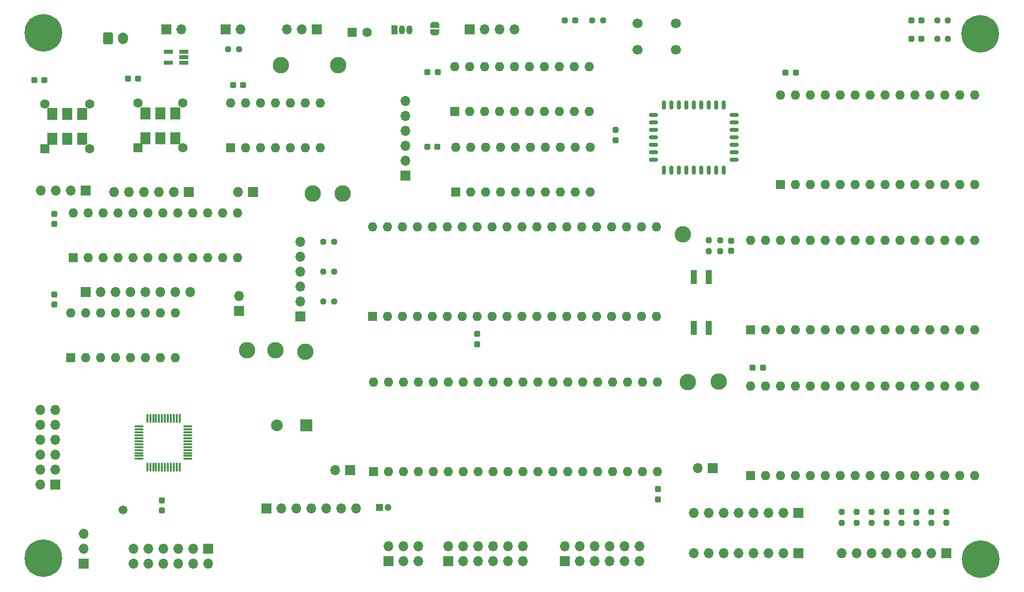
<source format=gbr>
%TF.GenerationSoftware,KiCad,Pcbnew,6.0.4+dfsg-1+b1*%
%TF.CreationDate,2022-05-07T15:32:52+10:00*%
%TF.ProjectId,65816-computer,36353831-362d-4636-9f6d-70757465722e,rev?*%
%TF.SameCoordinates,Original*%
%TF.FileFunction,Soldermask,Top*%
%TF.FilePolarity,Negative*%
%FSLAX46Y46*%
G04 Gerber Fmt 4.6, Leading zero omitted, Abs format (unit mm)*
G04 Created by KiCad (PCBNEW 6.0.4+dfsg-1+b1) date 2022-05-07 15:32:52*
%MOMM*%
%LPD*%
G01*
G04 APERTURE LIST*
G04 Aperture macros list*
%AMRoundRect*
0 Rectangle with rounded corners*
0 $1 Rounding radius*
0 $2 $3 $4 $5 $6 $7 $8 $9 X,Y pos of 4 corners*
0 Add a 4 corners polygon primitive as box body*
4,1,4,$2,$3,$4,$5,$6,$7,$8,$9,$2,$3,0*
0 Add four circle primitives for the rounded corners*
1,1,$1+$1,$2,$3*
1,1,$1+$1,$4,$5*
1,1,$1+$1,$6,$7*
1,1,$1+$1,$8,$9*
0 Add four rect primitives between the rounded corners*
20,1,$1+$1,$2,$3,$4,$5,0*
20,1,$1+$1,$4,$5,$6,$7,0*
20,1,$1+$1,$6,$7,$8,$9,0*
20,1,$1+$1,$8,$9,$2,$3,0*%
%AMFreePoly0*
4,1,22,0.500000,-0.750000,0.000000,-0.750000,0.000000,-0.745033,-0.079941,-0.743568,-0.215256,-0.701293,-0.333266,-0.622738,-0.424486,-0.514219,-0.481581,-0.384460,-0.499164,-0.250000,-0.500000,-0.250000,-0.500000,0.250000,-0.499164,0.250000,-0.499963,0.256109,-0.478152,0.396186,-0.417904,0.524511,-0.324060,0.630769,-0.204165,0.706417,-0.067858,0.745374,0.000000,0.744959,0.000000,0.750000,
0.500000,0.750000,0.500000,-0.750000,0.500000,-0.750000,$1*%
%AMFreePoly1*
4,1,20,0.000000,0.744959,0.073905,0.744508,0.209726,0.703889,0.328688,0.626782,0.421226,0.519385,0.479903,0.390333,0.500000,0.250000,0.500000,-0.250000,0.499851,-0.262216,0.476331,-0.402017,0.414519,-0.529596,0.319384,-0.634700,0.198574,-0.708877,0.061801,-0.746166,0.000000,-0.745033,0.000000,-0.750000,-0.500000,-0.750000,-0.500000,0.750000,0.000000,0.750000,0.000000,0.744959,
0.000000,0.744959,$1*%
G04 Aperture macros list end*
%ADD10R,1.600000X1.600000*%
%ADD11C,1.600000*%
%ADD12C,1.500000*%
%ADD13R,1.700000X1.700000*%
%ADD14O,1.700000X1.700000*%
%ADD15O,1.600000X1.600000*%
%ADD16RoundRect,0.237500X-0.237500X0.300000X-0.237500X-0.300000X0.237500X-0.300000X0.237500X0.300000X0*%
%ADD17C,0.800000*%
%ADD18C,6.400000*%
%ADD19RoundRect,0.075000X0.662500X0.075000X-0.662500X0.075000X-0.662500X-0.075000X0.662500X-0.075000X0*%
%ADD20RoundRect,0.075000X0.075000X0.662500X-0.075000X0.662500X-0.075000X-0.662500X0.075000X-0.662500X0*%
%ADD21C,2.800000*%
%ADD22RoundRect,0.237500X0.287500X0.237500X-0.287500X0.237500X-0.287500X-0.237500X0.287500X-0.237500X0*%
%ADD23RoundRect,0.237500X0.237500X-0.250000X0.237500X0.250000X-0.237500X0.250000X-0.237500X-0.250000X0*%
%ADD24RoundRect,0.237500X-0.237500X0.250000X-0.237500X-0.250000X0.237500X-0.250000X0.237500X0.250000X0*%
%ADD25R,2.000000X2.000000*%
%ADD26C,2.000000*%
%ADD27RoundRect,0.150000X0.587500X-0.150000X0.587500X0.150000X-0.587500X0.150000X-0.587500X-0.150000X0*%
%ADD28RoundRect,0.150000X0.150000X-0.587500X0.150000X0.587500X-0.150000X0.587500X-0.150000X-0.587500X0*%
%ADD29RoundRect,0.237500X0.300000X0.237500X-0.300000X0.237500X-0.300000X-0.237500X0.300000X-0.237500X0*%
%ADD30RoundRect,0.237500X-0.250000X-0.237500X0.250000X-0.237500X0.250000X0.237500X-0.250000X0.237500X0*%
%ADD31RoundRect,0.237500X-0.300000X-0.237500X0.300000X-0.237500X0.300000X0.237500X-0.300000X0.237500X0*%
%ADD32C,1.700000*%
%ADD33FreePoly0,270.000000*%
%ADD34FreePoly1,270.000000*%
%ADD35RoundRect,0.250000X-0.600000X-0.750000X0.600000X-0.750000X0.600000X0.750000X-0.600000X0.750000X0*%
%ADD36O,1.700000X2.000000*%
%ADD37RoundRect,0.237500X0.237500X-0.300000X0.237500X0.300000X-0.237500X0.300000X-0.237500X-0.300000X0*%
%ADD38R,1.200000X1.200000*%
%ADD39C,1.200000*%
%ADD40RoundRect,0.237500X0.250000X0.237500X-0.250000X0.237500X-0.250000X-0.237500X0.250000X-0.237500X0*%
%ADD41R,1.560000X0.650000*%
%ADD42R,1.800000X2.000000*%
%ADD43R,1.120000X2.440000*%
%ADD44R,1.050000X1.500000*%
%ADD45O,1.050000X1.500000*%
G04 APERTURE END LIST*
D10*
%TO.C,X1*%
X89662000Y-64643000D03*
D11*
X97282000Y-64643000D03*
X97282000Y-57023000D03*
X89662000Y-57023000D03*
%TD*%
D12*
%TO.C,TP3*%
X87122000Y-126238000D03*
%TD*%
D13*
%TO.C,J19*%
X132207000Y-135001000D03*
D14*
X132207000Y-132461000D03*
X134747000Y-135001000D03*
X134747000Y-132461000D03*
X137287000Y-135001000D03*
X137287000Y-132461000D03*
%TD*%
D10*
%TO.C,U11*%
X78232000Y-100330000D03*
D15*
X80772000Y-100330000D03*
X83312000Y-100330000D03*
X85852000Y-100330000D03*
X88392000Y-100330000D03*
X90932000Y-100330000D03*
X93472000Y-100330000D03*
X96012000Y-100330000D03*
X96012000Y-92710000D03*
X93472000Y-92710000D03*
X90932000Y-92710000D03*
X88392000Y-92710000D03*
X85852000Y-92710000D03*
X83312000Y-92710000D03*
X80772000Y-92710000D03*
X78232000Y-92710000D03*
%TD*%
D16*
%TO.C,C13*%
X147320000Y-96292500D03*
X147320000Y-98017500D03*
%TD*%
D10*
%TO.C,U9*%
X198882000Y-70876000D03*
D15*
X201422000Y-70876000D03*
X203962000Y-70876000D03*
X206502000Y-70876000D03*
X209042000Y-70876000D03*
X211582000Y-70876000D03*
X214122000Y-70876000D03*
X216662000Y-70876000D03*
X219202000Y-70876000D03*
X221742000Y-70876000D03*
X224282000Y-70876000D03*
X226822000Y-70876000D03*
X229362000Y-70876000D03*
X231902000Y-70876000D03*
X231902000Y-55636000D03*
X229362000Y-55636000D03*
X226822000Y-55636000D03*
X224282000Y-55636000D03*
X221742000Y-55636000D03*
X219202000Y-55636000D03*
X216662000Y-55636000D03*
X214122000Y-55636000D03*
X211582000Y-55636000D03*
X209042000Y-55636000D03*
X206502000Y-55636000D03*
X203962000Y-55636000D03*
X201422000Y-55636000D03*
X198882000Y-55636000D03*
%TD*%
D17*
%TO.C,H1*%
X75230056Y-43387944D03*
X73533000Y-42685000D03*
X75230056Y-46782056D03*
X73533000Y-47485000D03*
X71835944Y-46782056D03*
D18*
X73533000Y-45085000D03*
D17*
X71835944Y-43387944D03*
X75933000Y-45085000D03*
X71133000Y-45085000D03*
%TD*%
D19*
%TO.C,U12*%
X98142500Y-117558000D03*
X98142500Y-117058000D03*
X98142500Y-116558000D03*
X98142500Y-116058000D03*
X98142500Y-115558000D03*
X98142500Y-115058000D03*
X98142500Y-114558000D03*
X98142500Y-114058000D03*
X98142500Y-113558000D03*
X98142500Y-113058000D03*
X98142500Y-112558000D03*
X98142500Y-112058000D03*
D20*
X96730000Y-110645500D03*
X96230000Y-110645500D03*
X95730000Y-110645500D03*
X95230000Y-110645500D03*
X94730000Y-110645500D03*
X94230000Y-110645500D03*
X93730000Y-110645500D03*
X93230000Y-110645500D03*
X92730000Y-110645500D03*
X92230000Y-110645500D03*
X91730000Y-110645500D03*
X91230000Y-110645500D03*
D19*
X89817500Y-112058000D03*
X89817500Y-112558000D03*
X89817500Y-113058000D03*
X89817500Y-113558000D03*
X89817500Y-114058000D03*
X89817500Y-114558000D03*
X89817500Y-115058000D03*
X89817500Y-115558000D03*
X89817500Y-116058000D03*
X89817500Y-116558000D03*
X89817500Y-117058000D03*
X89817500Y-117558000D03*
D20*
X91230000Y-118970500D03*
X91730000Y-118970500D03*
X92230000Y-118970500D03*
X92730000Y-118970500D03*
X93230000Y-118970500D03*
X93730000Y-118970500D03*
X94230000Y-118970500D03*
X94730000Y-118970500D03*
X95230000Y-118970500D03*
X95730000Y-118970500D03*
X96230000Y-118970500D03*
X96730000Y-118970500D03*
%TD*%
D21*
%TO.C,TP7*%
X124460000Y-72390000D03*
%TD*%
D17*
%TO.C,H4*%
X232918000Y-132220000D03*
X232918000Y-137020000D03*
X234615056Y-132922944D03*
X231220944Y-136317056D03*
X235318000Y-134620000D03*
D18*
X232918000Y-134620000D03*
D17*
X230518000Y-134620000D03*
X231220944Y-132922944D03*
X234615056Y-136317056D03*
%TD*%
D13*
%TO.C,J9*%
X227076000Y-133604000D03*
D14*
X224536000Y-133604000D03*
X221996000Y-133604000D03*
X219456000Y-133604000D03*
X216916000Y-133604000D03*
X214376000Y-133604000D03*
X211836000Y-133604000D03*
X209296000Y-133604000D03*
%TD*%
D17*
%TO.C,H3*%
X73533000Y-132093000D03*
X73533000Y-136893000D03*
X71133000Y-134493000D03*
X71835944Y-132795944D03*
X71835944Y-136190056D03*
X75933000Y-134493000D03*
X75230056Y-136190056D03*
X75230056Y-132795944D03*
D18*
X73533000Y-134493000D03*
%TD*%
D22*
%TO.C,D1*%
X222847500Y-46106000D03*
X221097500Y-46106000D03*
%TD*%
D10*
%TO.C,U13*%
X129667000Y-119766000D03*
D15*
X132207000Y-119766000D03*
X134747000Y-119766000D03*
X137287000Y-119766000D03*
X139827000Y-119766000D03*
X142367000Y-119766000D03*
X144907000Y-119766000D03*
X147447000Y-119766000D03*
X149987000Y-119766000D03*
X152527000Y-119766000D03*
X155067000Y-119766000D03*
X157607000Y-119766000D03*
X160147000Y-119766000D03*
X162687000Y-119766000D03*
X165227000Y-119766000D03*
X167767000Y-119766000D03*
X170307000Y-119766000D03*
X172847000Y-119766000D03*
X175387000Y-119766000D03*
X177927000Y-119766000D03*
X177927000Y-104526000D03*
X175387000Y-104526000D03*
X172847000Y-104526000D03*
X170307000Y-104526000D03*
X167767000Y-104526000D03*
X165227000Y-104526000D03*
X162687000Y-104526000D03*
X160147000Y-104526000D03*
X157607000Y-104526000D03*
X155067000Y-104526000D03*
X152527000Y-104526000D03*
X149987000Y-104526000D03*
X147447000Y-104526000D03*
X144907000Y-104526000D03*
X142367000Y-104526000D03*
X139827000Y-104526000D03*
X137287000Y-104526000D03*
X134747000Y-104526000D03*
X132207000Y-104526000D03*
X129667000Y-104526000D03*
%TD*%
D23*
%TO.C,R13*%
X211836000Y-128420500D03*
X211836000Y-126595500D03*
%TD*%
D21*
%TO.C,TP8*%
X188341000Y-104394000D03*
%TD*%
D10*
%TO.C,X2*%
X73787000Y-64770000D03*
D11*
X81407000Y-64770000D03*
X81407000Y-57150000D03*
X73787000Y-57150000D03*
%TD*%
D24*
%TO.C,R16*%
X186690000Y-80367500D03*
X186690000Y-82192500D03*
%TD*%
D25*
%TO.C,LS1*%
X118237000Y-111887000D03*
D26*
X113237000Y-111887000D03*
%TD*%
D27*
%TO.C,U1*%
X177312500Y-62865000D03*
X177312500Y-64135000D03*
X177312500Y-65405000D03*
X177312500Y-66675000D03*
D28*
X179070000Y-68427500D03*
X180340000Y-68427500D03*
X181610000Y-68427500D03*
X182880000Y-68427500D03*
X184150000Y-68427500D03*
X185420000Y-68427500D03*
X186690000Y-68427500D03*
X187960000Y-68427500D03*
X189230000Y-68427500D03*
D27*
X190987500Y-66675000D03*
X190987500Y-65405000D03*
X190987500Y-64135000D03*
X190987500Y-62865000D03*
X190987500Y-61595000D03*
X190987500Y-60325000D03*
X190987500Y-59055000D03*
D28*
X189230000Y-57302500D03*
X187960000Y-57302500D03*
X186690000Y-57302500D03*
X185420000Y-57302500D03*
X184150000Y-57302500D03*
X182880000Y-57302500D03*
X181610000Y-57302500D03*
X180340000Y-57302500D03*
X179070000Y-57302500D03*
D27*
X177312500Y-59055000D03*
X177312500Y-60325000D03*
X177312500Y-61595000D03*
%TD*%
D29*
%TO.C,C3*%
X140562500Y-64470000D03*
X138837500Y-64470000D03*
%TD*%
D13*
%TO.C,J14*%
X117221000Y-93345000D03*
D14*
X117221000Y-90805000D03*
X117221000Y-88265000D03*
X117221000Y-85725000D03*
X117221000Y-83185000D03*
X117221000Y-80645000D03*
%TD*%
D13*
%TO.C,J20*%
X187330000Y-119126000D03*
D14*
X184790000Y-119126000D03*
%TD*%
D23*
%TO.C,R10*%
X219456000Y-128420500D03*
X219456000Y-126595500D03*
%TD*%
D30*
%TO.C,R3*%
X121134500Y-80645000D03*
X122959500Y-80645000D03*
%TD*%
D22*
%TO.C,D3*%
X163943000Y-42926000D03*
X162193000Y-42926000D03*
%TD*%
D31*
%TO.C,C12*%
X105817500Y-53975000D03*
X107542500Y-53975000D03*
%TD*%
D13*
%TO.C,JP3*%
X109220000Y-72136000D03*
D14*
X106680000Y-72136000D03*
%TD*%
D29*
%TO.C,C4*%
X140582500Y-51720000D03*
X138857500Y-51720000D03*
%TD*%
D17*
%TO.C,H2*%
X232791000Y-47612000D03*
X230391000Y-45212000D03*
X235191000Y-45212000D03*
X231093944Y-43514944D03*
X231093944Y-46909056D03*
X234488056Y-43514944D03*
X232791000Y-42812000D03*
D18*
X232791000Y-45212000D03*
D17*
X234488056Y-46909056D03*
%TD*%
D13*
%TO.C,J6*%
X142429609Y-134946609D03*
D14*
X142429609Y-132406609D03*
X144969609Y-134946609D03*
X144969609Y-132406609D03*
X147509609Y-134946609D03*
X147509609Y-132406609D03*
X150049609Y-134946609D03*
X150049609Y-132406609D03*
X152589609Y-134946609D03*
X152589609Y-132406609D03*
X155129609Y-134946609D03*
X155129609Y-132406609D03*
%TD*%
D21*
%TO.C,TP11*%
X123698000Y-50546000D03*
%TD*%
D13*
%TO.C,J10*%
X201930000Y-126746000D03*
D14*
X199390000Y-126746000D03*
X196850000Y-126746000D03*
X194310000Y-126746000D03*
X191770000Y-126746000D03*
X189230000Y-126746000D03*
X186690000Y-126746000D03*
X184150000Y-126746000D03*
%TD*%
D23*
%TO.C,R14*%
X209296000Y-128420500D03*
X209296000Y-126595500D03*
%TD*%
D32*
%TO.C,SW1*%
X174550000Y-43470000D03*
X181050000Y-43470000D03*
X174550000Y-47970000D03*
X181050000Y-47970000D03*
%TD*%
D33*
%TO.C,JP5*%
X140081000Y-43688000D03*
D34*
X140081000Y-44988000D03*
%TD*%
D35*
%TO.C,J3*%
X84582000Y-45974000D03*
D36*
X87082000Y-45974000D03*
%TD*%
D10*
%TO.C,U7*%
X193802000Y-95641000D03*
D15*
X196342000Y-95641000D03*
X198882000Y-95641000D03*
X201422000Y-95641000D03*
X203962000Y-95641000D03*
X206502000Y-95641000D03*
X209042000Y-95641000D03*
X211582000Y-95641000D03*
X214122000Y-95641000D03*
X216662000Y-95641000D03*
X219202000Y-95641000D03*
X221742000Y-95641000D03*
X224282000Y-95641000D03*
X226822000Y-95641000D03*
X229362000Y-95641000D03*
X231902000Y-95641000D03*
X231902000Y-80401000D03*
X229362000Y-80401000D03*
X226822000Y-80401000D03*
X224282000Y-80401000D03*
X221742000Y-80401000D03*
X219202000Y-80401000D03*
X216662000Y-80401000D03*
X214122000Y-80401000D03*
X211582000Y-80401000D03*
X209042000Y-80401000D03*
X206502000Y-80401000D03*
X203962000Y-80401000D03*
X201422000Y-80401000D03*
X198882000Y-80401000D03*
X196342000Y-80401000D03*
X193802000Y-80401000D03*
%TD*%
D16*
%TO.C,C14*%
X170815000Y-61595000D03*
X170815000Y-63320000D03*
%TD*%
%TO.C,C7*%
X75438000Y-75845500D03*
X75438000Y-77570500D03*
%TD*%
D23*
%TO.C,R8*%
X224536000Y-128420500D03*
X224536000Y-126595500D03*
%TD*%
D13*
%TO.C,J17*%
X80772000Y-71882000D03*
D14*
X78232000Y-71882000D03*
X75692000Y-71882000D03*
X73152000Y-71882000D03*
%TD*%
D13*
%TO.C,J13*%
X135128000Y-69342000D03*
D14*
X135128000Y-66802000D03*
X135128000Y-64262000D03*
X135128000Y-61722000D03*
X135128000Y-59182000D03*
X135128000Y-56642000D03*
%TD*%
D13*
%TO.C,JP4*%
X106807000Y-92379000D03*
D14*
X106807000Y-89839000D03*
%TD*%
D13*
%TO.C,J5*%
X75570000Y-121920000D03*
D14*
X73030000Y-121920000D03*
X75570000Y-119380000D03*
X73030000Y-119380000D03*
X75570000Y-116840000D03*
X73030000Y-116840000D03*
X75570000Y-114300000D03*
X73030000Y-114300000D03*
X75570000Y-111760000D03*
X73030000Y-111760000D03*
X75570000Y-109220000D03*
X73030000Y-109220000D03*
%TD*%
D10*
%TO.C,U10*%
X105405000Y-64633000D03*
D15*
X107945000Y-64633000D03*
X110485000Y-64633000D03*
X113025000Y-64633000D03*
X115565000Y-64633000D03*
X118105000Y-64633000D03*
X120645000Y-64633000D03*
X120645000Y-57013000D03*
X118105000Y-57013000D03*
X115565000Y-57013000D03*
X113025000Y-57013000D03*
X110485000Y-57013000D03*
X107945000Y-57013000D03*
X105405000Y-57013000D03*
%TD*%
D10*
%TO.C,U6*%
X78608000Y-83302000D03*
D15*
X81148000Y-83302000D03*
X83688000Y-83302000D03*
X86228000Y-83302000D03*
X88768000Y-83302000D03*
X91308000Y-83302000D03*
X93848000Y-83302000D03*
X96388000Y-83302000D03*
X98928000Y-83302000D03*
X101468000Y-83302000D03*
X104008000Y-83302000D03*
X106548000Y-83302000D03*
X106548000Y-75682000D03*
X104008000Y-75682000D03*
X101468000Y-75682000D03*
X98928000Y-75682000D03*
X96388000Y-75682000D03*
X93848000Y-75682000D03*
X91308000Y-75682000D03*
X88768000Y-75682000D03*
X86228000Y-75682000D03*
X83688000Y-75682000D03*
X81148000Y-75682000D03*
X78608000Y-75682000D03*
%TD*%
D37*
%TO.C,C1*%
X75438000Y-91286500D03*
X75438000Y-89561500D03*
%TD*%
D29*
%TO.C,C6*%
X73760500Y-53086000D03*
X72035500Y-53086000D03*
%TD*%
D38*
%TO.C,C16*%
X130683000Y-125857000D03*
D39*
X132183000Y-125857000D03*
%TD*%
D13*
%TO.C,J16*%
X98298000Y-72136000D03*
D14*
X95758000Y-72136000D03*
X93218000Y-72136000D03*
X90678000Y-72136000D03*
X88138000Y-72136000D03*
X85598000Y-72136000D03*
%TD*%
D40*
%TO.C,R6*%
X106830500Y-47879000D03*
X105005500Y-47879000D03*
%TD*%
D21*
%TO.C,TP9*%
X118110000Y-99314000D03*
%TD*%
D24*
%TO.C,R15*%
X188595000Y-80367500D03*
X188595000Y-82192500D03*
%TD*%
D23*
%TO.C,R7*%
X227076000Y-128420500D03*
X227076000Y-126595500D03*
%TD*%
%TO.C,R11*%
X216916000Y-128420500D03*
X216916000Y-126595500D03*
%TD*%
D30*
%TO.C,R4*%
X225505000Y-46106000D03*
X227330000Y-46106000D03*
%TD*%
D13*
%TO.C,J2*%
X94483000Y-44450000D03*
D14*
X97023000Y-44450000D03*
%TD*%
D16*
%TO.C,C5*%
X178054000Y-122735000D03*
X178054000Y-124460000D03*
%TD*%
D41*
%TO.C,U5*%
X97470000Y-50160000D03*
X97470000Y-49210000D03*
X97470000Y-48260000D03*
X94770000Y-48260000D03*
X94770000Y-50160000D03*
%TD*%
D30*
%TO.C,R5*%
X225505000Y-42931000D03*
X227330000Y-42931000D03*
%TD*%
%TO.C,R2*%
X121134500Y-90805000D03*
X122959500Y-90805000D03*
%TD*%
D10*
%TO.C,U4*%
X129540000Y-93345000D03*
D15*
X132080000Y-93345000D03*
X134620000Y-93345000D03*
X137160000Y-93345000D03*
X139700000Y-93345000D03*
X142240000Y-93345000D03*
X144780000Y-93345000D03*
X147320000Y-93345000D03*
X149860000Y-93345000D03*
X152400000Y-93345000D03*
X154940000Y-93345000D03*
X157480000Y-93345000D03*
X160020000Y-93345000D03*
X162560000Y-93345000D03*
X165100000Y-93345000D03*
X167640000Y-93345000D03*
X170180000Y-93345000D03*
X172720000Y-93345000D03*
X175260000Y-93345000D03*
X177800000Y-93345000D03*
X177800000Y-78105000D03*
X175260000Y-78105000D03*
X172720000Y-78105000D03*
X170180000Y-78105000D03*
X167640000Y-78105000D03*
X165100000Y-78105000D03*
X162560000Y-78105000D03*
X160020000Y-78105000D03*
X157480000Y-78105000D03*
X154940000Y-78105000D03*
X152400000Y-78105000D03*
X149860000Y-78105000D03*
X147320000Y-78105000D03*
X144780000Y-78105000D03*
X142240000Y-78105000D03*
X139700000Y-78105000D03*
X137160000Y-78105000D03*
X134620000Y-78105000D03*
X132080000Y-78105000D03*
X129540000Y-78105000D03*
%TD*%
D13*
%TO.C,J4*%
X101600000Y-132842000D03*
D14*
X101600000Y-135382000D03*
X99060000Y-132842000D03*
X99060000Y-135382000D03*
X96520000Y-132842000D03*
X96520000Y-135382000D03*
X93980000Y-132842000D03*
X93980000Y-135382000D03*
X91440000Y-132842000D03*
X91440000Y-135382000D03*
X88900000Y-132842000D03*
X88900000Y-135382000D03*
%TD*%
D29*
%TO.C,C11*%
X89635500Y-52832000D03*
X87910500Y-52832000D03*
%TD*%
D10*
%TO.C,U3*%
X143510000Y-58420000D03*
D15*
X146050000Y-58420000D03*
X148590000Y-58420000D03*
X151130000Y-58420000D03*
X153670000Y-58420000D03*
X156210000Y-58420000D03*
X158750000Y-58420000D03*
X161290000Y-58420000D03*
X163830000Y-58420000D03*
X166370000Y-58420000D03*
X166370000Y-50800000D03*
X163830000Y-50800000D03*
X161290000Y-50800000D03*
X158750000Y-50800000D03*
X156210000Y-50800000D03*
X153670000Y-50800000D03*
X151130000Y-50800000D03*
X148590000Y-50800000D03*
X146050000Y-50800000D03*
X143510000Y-50800000D03*
%TD*%
D21*
%TO.C,TP4*%
X113030000Y-99060000D03*
%TD*%
D16*
%TO.C,C8*%
X93726000Y-124613500D03*
X93726000Y-126338500D03*
%TD*%
D13*
%TO.C,JP1*%
X125730000Y-119507000D03*
D14*
X123190000Y-119507000D03*
%TD*%
D21*
%TO.C,TP6*%
X183134000Y-104521000D03*
%TD*%
D13*
%TO.C,J18*%
X111500600Y-125984400D03*
D14*
X114040600Y-125984400D03*
X116580600Y-125984400D03*
X119120600Y-125984400D03*
X121660600Y-125984400D03*
X124200600Y-125984400D03*
X126740600Y-125984400D03*
%TD*%
D23*
%TO.C,R9*%
X221996000Y-128420500D03*
X221996000Y-126595500D03*
%TD*%
D22*
%TO.C,D2*%
X222847500Y-42931000D03*
X221097500Y-42931000D03*
%TD*%
D30*
%TO.C,R1*%
X121134500Y-85725000D03*
X122959500Y-85725000D03*
%TD*%
D13*
%TO.C,J1*%
X104516000Y-44450000D03*
D14*
X107056000Y-44450000D03*
%TD*%
D21*
%TO.C,TP5*%
X108204000Y-99060000D03*
%TD*%
D31*
%TO.C,C9*%
X194137500Y-102070000D03*
X195862500Y-102070000D03*
%TD*%
D21*
%TO.C,TP1*%
X119380000Y-72390000D03*
%TD*%
D42*
%TO.C,X2_ALT*%
X75057000Y-63060000D03*
X77597000Y-63060000D03*
X80137000Y-63060000D03*
X80137000Y-58860000D03*
X77597000Y-58860000D03*
X75057000Y-58860000D03*
%TD*%
%TO.C,X1_ALT*%
X90932000Y-62992000D03*
X93472000Y-62992000D03*
X96012000Y-62992000D03*
X96012000Y-58792000D03*
X93472000Y-58792000D03*
X90932000Y-58792000D03*
%TD*%
D43*
%TO.C,SW2*%
X184150000Y-95237000D03*
X186690000Y-95237000D03*
X186690000Y-86627000D03*
X184150000Y-86627000D03*
%TD*%
D13*
%TO.C,J12*%
X80787000Y-89154000D03*
D14*
X83327000Y-89154000D03*
X85867000Y-89154000D03*
X88407000Y-89154000D03*
X90947000Y-89154000D03*
X93487000Y-89154000D03*
X96027000Y-89154000D03*
X98567000Y-89154000D03*
%TD*%
D10*
%TO.C,C15*%
X126071621Y-44958000D03*
D11*
X128571621Y-44958000D03*
%TD*%
D10*
%TO.C,U2*%
X143637000Y-72131000D03*
D15*
X146177000Y-72131000D03*
X148717000Y-72131000D03*
X151257000Y-72131000D03*
X153797000Y-72131000D03*
X156337000Y-72131000D03*
X158877000Y-72131000D03*
X161417000Y-72131000D03*
X163957000Y-72131000D03*
X166497000Y-72131000D03*
X166497000Y-64511000D03*
X163957000Y-64511000D03*
X161417000Y-64511000D03*
X158877000Y-64511000D03*
X156337000Y-64511000D03*
X153797000Y-64511000D03*
X151257000Y-64511000D03*
X148717000Y-64511000D03*
X146177000Y-64511000D03*
X143637000Y-64511000D03*
%TD*%
D21*
%TO.C,TP2*%
X113919000Y-50546000D03*
%TD*%
D13*
%TO.C,J15*%
X80391000Y-135387000D03*
D14*
X80391000Y-132847000D03*
X80391000Y-130307000D03*
%TD*%
D13*
%TO.C,J7*%
X162241609Y-134946609D03*
D14*
X162241609Y-132406609D03*
X164781609Y-134946609D03*
X164781609Y-132406609D03*
X167321609Y-134946609D03*
X167321609Y-132406609D03*
X169861609Y-134946609D03*
X169861609Y-132406609D03*
X172401609Y-134946609D03*
X172401609Y-132406609D03*
X174941609Y-134946609D03*
X174941609Y-132406609D03*
%TD*%
D21*
%TO.C,TP10*%
X182245000Y-79375000D03*
%TD*%
D30*
%TO.C,R17*%
X166854500Y-42926000D03*
X168679500Y-42926000D03*
%TD*%
D13*
%TO.C,JP2*%
X120015000Y-44450000D03*
D14*
X117475000Y-44450000D03*
X114935000Y-44450000D03*
%TD*%
D13*
%TO.C,J11*%
X146060000Y-44450000D03*
D14*
X148600000Y-44450000D03*
X151140000Y-44450000D03*
X153680000Y-44450000D03*
%TD*%
D13*
%TO.C,J8*%
X201930000Y-133604000D03*
D14*
X199390000Y-133604000D03*
X196850000Y-133604000D03*
X194310000Y-133604000D03*
X191770000Y-133604000D03*
X189230000Y-133604000D03*
X186690000Y-133604000D03*
X184150000Y-133604000D03*
%TD*%
D10*
%TO.C,U8*%
X193802000Y-120401000D03*
D15*
X196342000Y-120401000D03*
X198882000Y-120401000D03*
X201422000Y-120401000D03*
X203962000Y-120401000D03*
X206502000Y-120401000D03*
X209042000Y-120401000D03*
X211582000Y-120401000D03*
X214122000Y-120401000D03*
X216662000Y-120401000D03*
X219202000Y-120401000D03*
X221742000Y-120401000D03*
X224282000Y-120401000D03*
X226822000Y-120401000D03*
X229362000Y-120401000D03*
X231902000Y-120401000D03*
X231902000Y-105161000D03*
X229362000Y-105161000D03*
X226822000Y-105161000D03*
X224282000Y-105161000D03*
X221742000Y-105161000D03*
X219202000Y-105161000D03*
X216662000Y-105161000D03*
X214122000Y-105161000D03*
X211582000Y-105161000D03*
X209042000Y-105161000D03*
X206502000Y-105161000D03*
X203962000Y-105161000D03*
X201422000Y-105161000D03*
X198882000Y-105161000D03*
X196342000Y-105161000D03*
X193802000Y-105161000D03*
%TD*%
D44*
%TO.C,U14*%
X133223000Y-44577000D03*
D45*
X134493000Y-44577000D03*
X135763000Y-44577000D03*
%TD*%
D23*
%TO.C,R12*%
X214376000Y-128420500D03*
X214376000Y-126595500D03*
%TD*%
D31*
%TO.C,C2*%
X199727500Y-51790000D03*
X201452500Y-51790000D03*
%TD*%
D16*
%TO.C,C10*%
X190500000Y-80417500D03*
X190500000Y-82142500D03*
%TD*%
M02*

</source>
